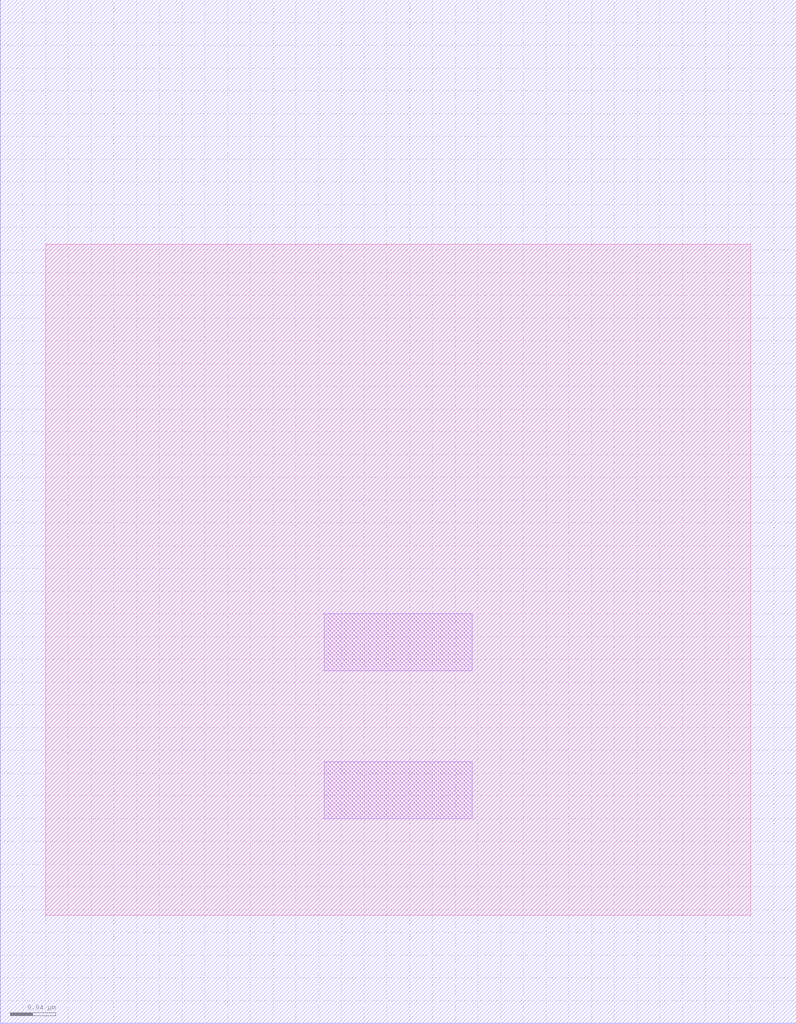
<source format=lef>
LAYER M1
  TYPE ROUTING ;
END M1
LAYER VIA1
  TYPE CUT ;
END VIA1

MACRO dense
  CLASS CORE ;
  ORIGIN 0.0 0.0 ;
  FOREIGN dense ;
  SIZE 0.7 BY 0.9 ;
  OBS
    LAYER M1 DESIGNRULEWIDTH 0.05 ;
      RECT 0.04 0.095 0.66 0.685 ;
    LAYER VIA1 ;
      RECT 0.285 0.31 0.415 0.36 ;
      RECT 0.285 0.18 0.415 0.23 ;
  END
  DENSITY
    LAYER M1 ;
      RECT 0.04 0.09 0.66 0.685 100.0 ;
    LAYER VIA1 ;
      RECT 0 0 100 100 45.5 ; #rect from (0,0) to (100,100), density of 45.5%
      RECT 100 0 200 100 42.2 ; #rect from (100,0) to (200, 100), density of 42.2%
  END
END dense
END LIBRARY

</source>
